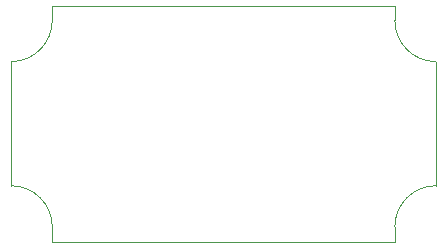
<source format=gm1>
G04 #@! TF.GenerationSoftware,KiCad,Pcbnew,5.1.5+dfsg1-2build2*
G04 #@! TF.CreationDate,2021-07-03T20:40:34+02:00*
G04 #@! TF.ProjectId,combined,636f6d62-696e-4656-942e-6b696361645f,rev?*
G04 #@! TF.SameCoordinates,Original*
G04 #@! TF.FileFunction,Profile,NP*
%FSLAX46Y46*%
G04 Gerber Fmt 4.6, Leading zero omitted, Abs format (unit mm)*
G04 Created by KiCad (PCBNEW 5.1.5+dfsg1-2build2) date 2021-07-03 20:40:34*
%MOMM*%
%LPD*%
G04 APERTURE LIST*
%ADD10C,0.050000*%
G04 APERTURE END LIST*
D10*
X81000000Y-43750000D02*
X81000000Y-42500000D01*
X110000000Y-43750000D02*
X81000000Y-43750000D01*
X110000000Y-42500000D02*
X110000000Y-43750000D01*
X110000000Y-23750000D02*
X110000000Y-24950000D01*
X81000000Y-23750000D02*
X110000000Y-23750000D01*
X80999643Y-24950005D02*
X81000000Y-23750000D01*
X80999643Y-24950005D02*
G75*
G02X77500000Y-28500000I-3499643J-49995D01*
G01*
X77500000Y-39000000D02*
G75*
G02X81000000Y-42500000I0J-3500000D01*
G01*
X110000000Y-42500000D02*
G75*
G02X113500000Y-39000000I3500000J0D01*
G01*
X113500000Y-28500357D02*
G75*
G02X110000000Y-24950000I0J3500357D01*
G01*
X113500000Y-39000000D02*
X113500000Y-28500000D01*
X77500000Y-28500000D02*
X77500000Y-39000000D01*
M02*

</source>
